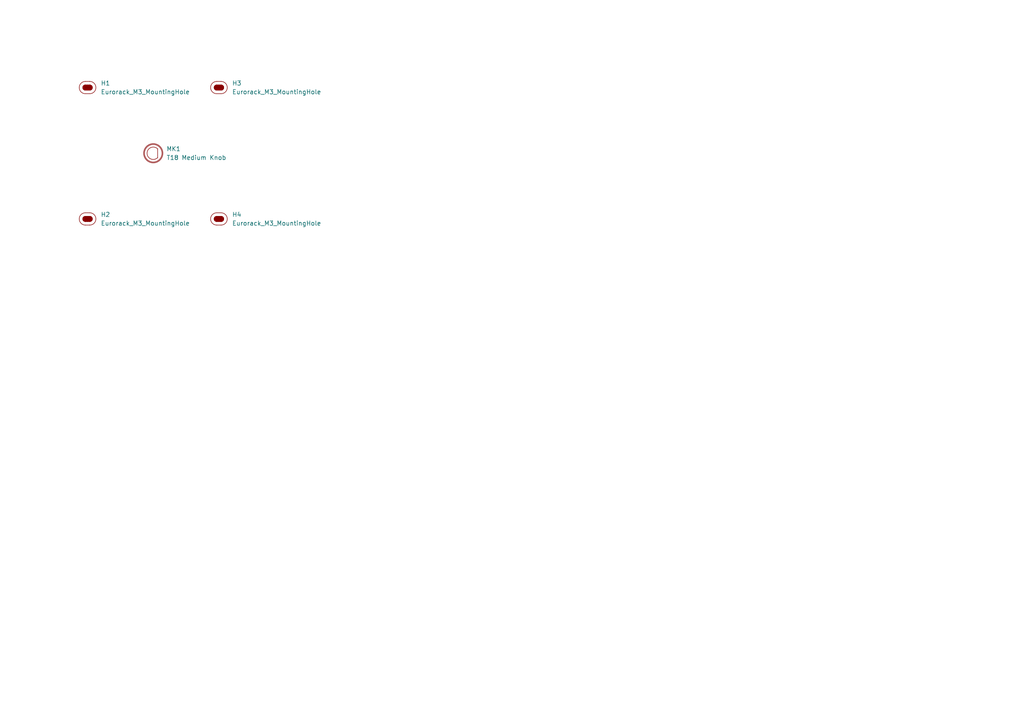
<source format=kicad_sch>
(kicad_sch (version 20250114) (generator "eeschema") (generator_version "9.0")
  (paper "A4")
  (lib_symbols
    (symbol "EXC:Eurorack_M3_MountingHole" (pin_names (offset 1.016))
      (property "Reference" "H" (at 0 5.08 0))
      (property "Value" "Eurorack_M3_MountingHole" (at 0 3.175 0))
      (symbol "Eurorack_M3_MountingHole_0_1"
        (polyline (pts (xy -0.635 0.762) (xy 0.635 0.762)))
        (circle (center -0.635 0) (radius 0.762) (fill (type outline)))
        (arc (start -0.635 -0.762) (mid -1.397 0) (end -0.635 0.762))
        (arc (start -0.635 -1.778) (mid -2.413 0) (end -0.635 1.778))
        (polyline (pts (xy -0.635 -0.762) (xy 0.635 -0.762)))
        (polyline (pts (xy -0.635 -1.778) (xy 0.635 -1.778)))
        (circle (center 0 0) (radius 0.762) (fill (type outline)))
        (polyline (pts (xy 0.635 1.778) (xy -0.635 1.778)))
        (arc (start 0.6141 1.778) (mid 2.4131 0) (end 0.6141 -1.778))
        (arc (start 0.6227 0.762) (mid 1.3971 0) (end 0.6227 -0.762))
        (circle (center 0.635 0) (radius 0.762) (fill (type outline)))
      )
    )
    (symbol "EXC:Knob_Medium_T18"
      (property "Reference" "MK" (at 0 3.81 0))
      (property "Value" "T18 Medium Knob" (at 0.254 -4.064 0))
      (symbol "Knob_Medium_T18_0_1"
        (circle (center 0 0) (radius 2.54))
        (circle (center 0 0) (radius 2.794))
        (arc (start 1.27 -1.27) (mid -1.7961 0) (end 1.27 1.27))
        (polyline (pts (xy 1.27 1.27) (xy 1.27 -1.27)))
      )
    )
  )
  (symbol (lib_id "EXC:Eurorack_M3_MountingHole") (at 25.4 25.4 0) (unit 1)
    (property "Reference" "H1" (at 29.21 24.1299 0) (effects (justify left)))
    (property "Value" "Eurorack_M3_MountingHole" (at 29.21 26.6699 0) (effects (justify left)))
    (property "Footprint" "EXC:MountingHole_3.2mm_M3" (effects (hide yes)))
    (property "Description" "Mounting Hole without connection" (effects (hide yes)))
  )
  (symbol (lib_id "EXC:Eurorack_M3_MountingHole") (at 63.5 63.5 0) (unit 1)
    (property "Reference" "H4" (at 67.31 62.2299 0) (effects (justify left)))
    (property "Value" "Eurorack_M3_MountingHole" (at 67.31 64.7699 0) (effects (justify left)))
    (property "Footprint" "EXC:MountingHole_3.2mm_M3" (effects (hide yes)))
    (property "Description" "Mounting Hole without connection" (effects (hide yes)))
  )
  (symbol (lib_id "EXC:Eurorack_M3_MountingHole") (at 63.5 25.4 0) (unit 1)
    (property "Reference" "H3" (at 67.31 24.1299 0) (effects (justify left)))
    (property "Value" "Eurorack_M3_MountingHole" (at 67.31 26.6699 0) (effects (justify left)))
    (property "Footprint" "EXC:MountingHole_3.2mm_M3" (effects (hide yes)))
    (property "Description" "Mounting Hole without connection" (effects (hide yes)))
  )
  (symbol (lib_id "EXC:Eurorack_M3_MountingHole") (at 25.4 63.5 0) (unit 1)
    (property "Reference" "H2" (at 29.21 62.2299 0) (effects (justify left)))
    (property "Value" "Eurorack_M3_MountingHole" (at 29.21 64.7699 0) (effects (justify left)))
    (property "Footprint" "EXC:MountingHole_3.2mm_M3" (effects (hide yes)))
    (property "Description" "Mounting Hole without connection" (effects (hide yes)))
  )
  (symbol (lib_id "EXC:Knob_Medium_T18") (at 44.45 44.45 0) (unit 1)
    (property "Reference" "MK1" (at 48.26 43.1799 0) (effects (justify left)))
    (property "Value" "T18 Medium Knob" (at 48.26 45.7199 0) (effects (justify left)))
    (property "Footprint" "EXC:Knob_Medium_T18" (effects (hide yes)))
    (property "Datasheet" "https://cdn-shop.adafruit.com/datasheets/EPD-200732.pdf" (effects (hide yes)))
    (property "Description" "T18 Knob, with coloured line indicator" (effects (hide yes)))
    (property "Source" "https://www.adafruit.com/product/2046" (effects (hide yes)))
  )
)
</source>
